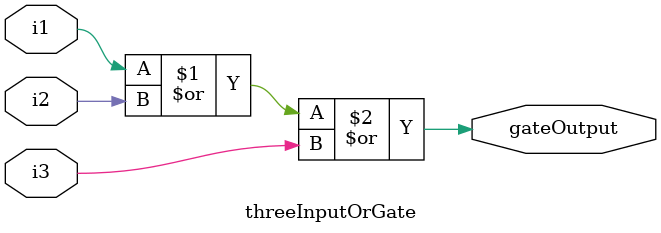
<source format=v>
`timescale 1ns / 1ps
module threeInputOrGate(
    input i1,
    input i2,
    input i3,
    output gateOutput
    );

or(gateOutput, i1, i2, i3);

endmodule

</source>
